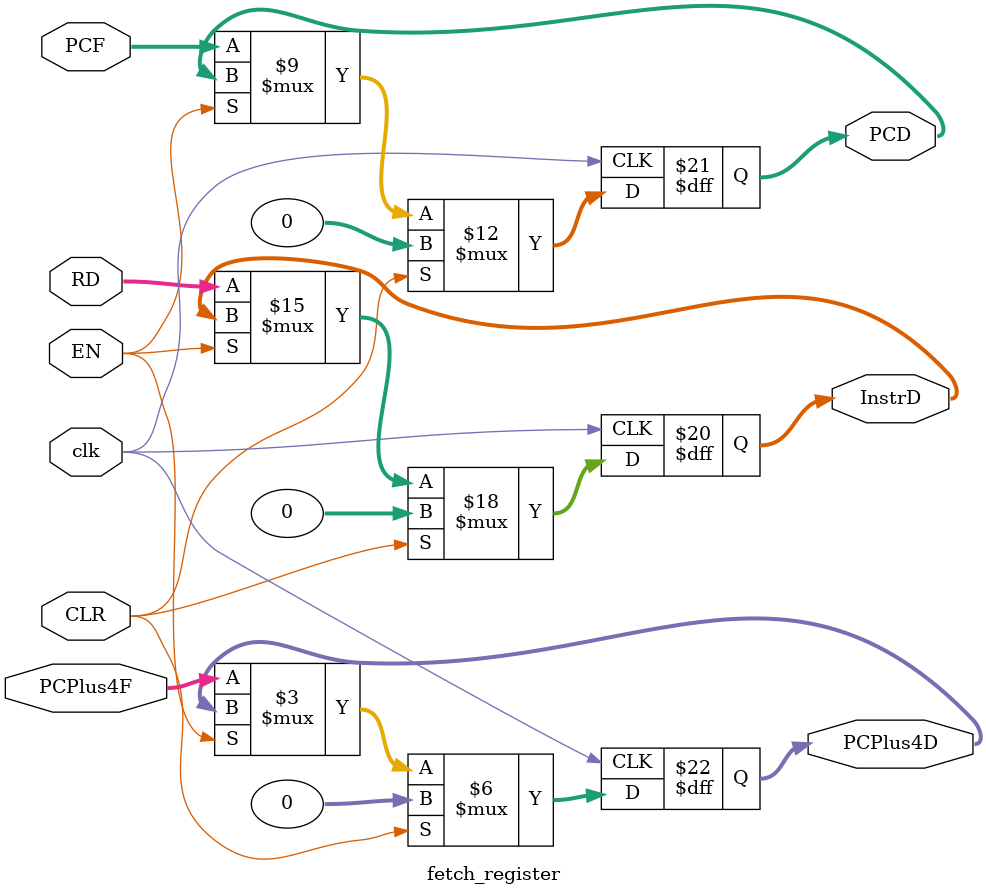
<source format=v>
`timescale 1ns / 1ps


module fetch_register(
input clk,
input EN,
input CLR,
input [31:0] RD,
input [31:0] PCF,
input [31:0] PCPlus4F,
output reg [31:0] InstrD,
output reg [31:0] PCD,
output reg [31:0] PCPlus4D
    );
    
    always @(posedge clk)
    begin
        if(CLR)
        begin
           InstrD <= 32'b0;
           PCD <= 32'b0;
           PCPlus4D = 32'b0;    
        end
        else if(EN)
        begin
            InstrD <= InstrD;
            PCD <= PCD;
            PCPlus4D <= PCPlus4D;
        end
        else begin
            InstrD <= RD;
            PCD <= PCF;
            PCPlus4D <= PCPlus4F;
        end
    end
    
endmodule

</source>
